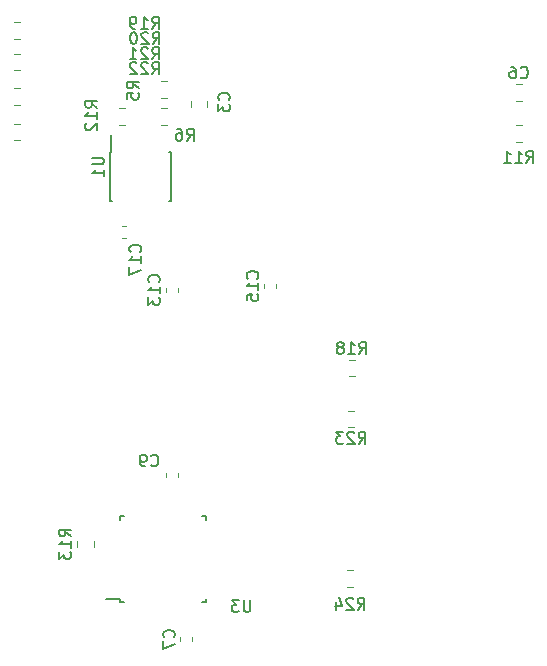
<source format=gbr>
G04 #@! TF.GenerationSoftware,KiCad,Pcbnew,5.0.1+dfsg1-3*
G04 #@! TF.CreationDate,2018-11-04T01:21:10+01:00*
G04 #@! TF.ProjectId,stk3700_beesensors,73746B333730305F62656573656E736F,rev?*
G04 #@! TF.SameCoordinates,Original*
G04 #@! TF.FileFunction,Legend,Bot*
G04 #@! TF.FilePolarity,Positive*
%FSLAX46Y46*%
G04 Gerber Fmt 4.6, Leading zero omitted, Abs format (unit mm)*
G04 Created by KiCad (PCBNEW 5.0.1+dfsg1-3) date Sun 04 Nov 2018 01:21:10 CET*
%MOMM*%
%LPD*%
G01*
G04 APERTURE LIST*
%ADD10C,0.120000*%
%ADD11C,0.150000*%
G04 APERTURE END LIST*
D10*
G04 #@! TO.C,C9*
X100175600Y-91755179D02*
X100175600Y-91429621D01*
X101195600Y-91755179D02*
X101195600Y-91429621D01*
G04 #@! TO.C,C7*
X102414800Y-105374221D02*
X102414800Y-105699779D01*
X101394800Y-105374221D02*
X101394800Y-105699779D01*
G04 #@! TO.C,C3*
X102274300Y-59964822D02*
X102274300Y-60481978D01*
X103694300Y-59964822D02*
X103694300Y-60481978D01*
G04 #@! TO.C,C6*
X130306578Y-58522800D02*
X129789422Y-58522800D01*
X130306578Y-59942800D02*
X129789422Y-59942800D01*
G04 #@! TO.C,C13*
X100145120Y-75767981D02*
X100145120Y-76093539D01*
X101165120Y-75767981D02*
X101165120Y-76093539D01*
G04 #@! TO.C,C15*
X109496320Y-75463181D02*
X109496320Y-75788739D01*
X108476320Y-75463181D02*
X108476320Y-75788739D01*
G04 #@! TO.C,C17*
X96797079Y-70571900D02*
X96471521Y-70571900D01*
X96797079Y-71591900D02*
X96471521Y-71591900D01*
G04 #@! TO.C,R5*
X99741222Y-58243400D02*
X100258378Y-58243400D01*
X99741222Y-59663400D02*
X100258378Y-59663400D01*
G04 #@! TO.C,R6*
X99741222Y-61949400D02*
X100258378Y-61949400D01*
X99741222Y-60529400D02*
X100258378Y-60529400D01*
G04 #@! TO.C,R11*
X130306578Y-61977200D02*
X129789422Y-61977200D01*
X130306578Y-63397200D02*
X129789422Y-63397200D01*
G04 #@! TO.C,R12*
X96185222Y-61949400D02*
X96702378Y-61949400D01*
X96185222Y-60529400D02*
X96702378Y-60529400D01*
G04 #@! TO.C,R13*
X92635000Y-97201222D02*
X92635000Y-97718378D01*
X94055000Y-97201222D02*
X94055000Y-97718378D01*
G04 #@! TO.C,R18*
X116171478Y-81840000D02*
X115654322Y-81840000D01*
X116171478Y-83260000D02*
X115654322Y-83260000D01*
G04 #@! TO.C,R19*
X87812378Y-53290400D02*
X87295222Y-53290400D01*
X87812378Y-54710400D02*
X87295222Y-54710400D01*
G04 #@! TO.C,R20*
X87812378Y-55932000D02*
X87295222Y-55932000D01*
X87812378Y-57352000D02*
X87295222Y-57352000D01*
G04 #@! TO.C,R21*
X87812378Y-60298400D02*
X87295222Y-60298400D01*
X87812378Y-58878400D02*
X87295222Y-58878400D01*
G04 #@! TO.C,R22*
X87812378Y-63295600D02*
X87295222Y-63295600D01*
X87812378Y-61875600D02*
X87295222Y-61875600D01*
G04 #@! TO.C,R23*
X115590822Y-87578000D02*
X116107978Y-87578000D01*
X115590822Y-86158000D02*
X116107978Y-86158000D01*
G04 #@! TO.C,R24*
X115489222Y-101103500D02*
X116006378Y-101103500D01*
X115489222Y-99683500D02*
X116006378Y-99683500D01*
D11*
G04 #@! TO.C,U1*
X95506300Y-64244400D02*
X95506300Y-62844400D01*
X100606300Y-64244400D02*
X100606300Y-68394400D01*
X95456300Y-64244400D02*
X95456300Y-68394400D01*
X100606300Y-64244400D02*
X100461300Y-64244400D01*
X100606300Y-68394400D02*
X100461300Y-68394400D01*
X95456300Y-68394400D02*
X95601300Y-68394400D01*
X95456300Y-64244400D02*
X95506300Y-64244400D01*
G04 #@! TO.C,U3*
X96298600Y-102380200D02*
X96298600Y-102155200D01*
X103548600Y-102380200D02*
X103548600Y-102080200D01*
X103548600Y-95130200D02*
X103548600Y-95430200D01*
X96298600Y-95130200D02*
X96298600Y-95430200D01*
X96298600Y-102380200D02*
X96598600Y-102380200D01*
X96298600Y-95130200D02*
X96598600Y-95130200D01*
X103548600Y-95130200D02*
X103248600Y-95130200D01*
X103548600Y-102380200D02*
X103248600Y-102380200D01*
X96298600Y-102155200D02*
X95073600Y-102155200D01*
G04 #@! TO.C,C9*
X98916786Y-90801462D02*
X98964405Y-90849081D01*
X99107262Y-90896700D01*
X99202500Y-90896700D01*
X99345358Y-90849081D01*
X99440596Y-90753843D01*
X99488215Y-90658605D01*
X99535834Y-90468129D01*
X99535834Y-90325272D01*
X99488215Y-90134796D01*
X99440596Y-90039558D01*
X99345358Y-89944320D01*
X99202500Y-89896700D01*
X99107262Y-89896700D01*
X98964405Y-89944320D01*
X98916786Y-89991939D01*
X98440596Y-90896700D02*
X98250120Y-90896700D01*
X98154881Y-90849081D01*
X98107262Y-90801462D01*
X98012024Y-90658605D01*
X97964405Y-90468129D01*
X97964405Y-90087177D01*
X98012024Y-89991939D01*
X98059643Y-89944320D01*
X98154881Y-89896700D01*
X98345358Y-89896700D01*
X98440596Y-89944320D01*
X98488215Y-89991939D01*
X98535834Y-90087177D01*
X98535834Y-90325272D01*
X98488215Y-90420510D01*
X98440596Y-90468129D01*
X98345358Y-90515748D01*
X98154881Y-90515748D01*
X98059643Y-90468129D01*
X98012024Y-90420510D01*
X97964405Y-90325272D01*
G04 #@! TO.C,C7*
X100831942Y-105370333D02*
X100879561Y-105322714D01*
X100927180Y-105179857D01*
X100927180Y-105084619D01*
X100879561Y-104941761D01*
X100784323Y-104846523D01*
X100689085Y-104798904D01*
X100498609Y-104751285D01*
X100355752Y-104751285D01*
X100165276Y-104798904D01*
X100070038Y-104846523D01*
X99974800Y-104941761D01*
X99927180Y-105084619D01*
X99927180Y-105179857D01*
X99974800Y-105322714D01*
X100022419Y-105370333D01*
X99927180Y-105703666D02*
X99927180Y-106370333D01*
X100927180Y-105941761D01*
G04 #@! TO.C,C3*
X105500442Y-59866233D02*
X105548061Y-59818614D01*
X105595680Y-59675757D01*
X105595680Y-59580519D01*
X105548061Y-59437661D01*
X105452823Y-59342423D01*
X105357585Y-59294804D01*
X105167109Y-59247185D01*
X105024252Y-59247185D01*
X104833776Y-59294804D01*
X104738538Y-59342423D01*
X104643300Y-59437661D01*
X104595680Y-59580519D01*
X104595680Y-59675757D01*
X104643300Y-59818614D01*
X104690919Y-59866233D01*
X104595680Y-60199566D02*
X104595680Y-60818614D01*
X104976633Y-60485280D01*
X104976633Y-60628138D01*
X105024252Y-60723376D01*
X105071871Y-60770995D01*
X105167109Y-60818614D01*
X105405204Y-60818614D01*
X105500442Y-60770995D01*
X105548061Y-60723376D01*
X105595680Y-60628138D01*
X105595680Y-60342423D01*
X105548061Y-60247185D01*
X105500442Y-60199566D01*
G04 #@! TO.C,C6*
X130214666Y-57939942D02*
X130262285Y-57987561D01*
X130405142Y-58035180D01*
X130500380Y-58035180D01*
X130643238Y-57987561D01*
X130738476Y-57892323D01*
X130786095Y-57797085D01*
X130833714Y-57606609D01*
X130833714Y-57463752D01*
X130786095Y-57273276D01*
X130738476Y-57178038D01*
X130643238Y-57082800D01*
X130500380Y-57035180D01*
X130405142Y-57035180D01*
X130262285Y-57082800D01*
X130214666Y-57130419D01*
X129357523Y-57035180D02*
X129548000Y-57035180D01*
X129643238Y-57082800D01*
X129690857Y-57130419D01*
X129786095Y-57273276D01*
X129833714Y-57463752D01*
X129833714Y-57844704D01*
X129786095Y-57939942D01*
X129738476Y-57987561D01*
X129643238Y-58035180D01*
X129452761Y-58035180D01*
X129357523Y-57987561D01*
X129309904Y-57939942D01*
X129262285Y-57844704D01*
X129262285Y-57606609D01*
X129309904Y-57511371D01*
X129357523Y-57463752D01*
X129452761Y-57416133D01*
X129643238Y-57416133D01*
X129738476Y-57463752D01*
X129786095Y-57511371D01*
X129833714Y-57606609D01*
G04 #@! TO.C,C13*
X99582262Y-75287902D02*
X99629881Y-75240283D01*
X99677500Y-75097426D01*
X99677500Y-75002188D01*
X99629881Y-74859331D01*
X99534643Y-74764093D01*
X99439405Y-74716474D01*
X99248929Y-74668855D01*
X99106072Y-74668855D01*
X98915596Y-74716474D01*
X98820358Y-74764093D01*
X98725120Y-74859331D01*
X98677500Y-75002188D01*
X98677500Y-75097426D01*
X98725120Y-75240283D01*
X98772739Y-75287902D01*
X99677500Y-76240283D02*
X99677500Y-75668855D01*
X99677500Y-75954569D02*
X98677500Y-75954569D01*
X98820358Y-75859331D01*
X98915596Y-75764093D01*
X98963215Y-75668855D01*
X98677500Y-76573617D02*
X98677500Y-77192664D01*
X99058453Y-76859331D01*
X99058453Y-77002188D01*
X99106072Y-77097426D01*
X99153691Y-77145045D01*
X99248929Y-77192664D01*
X99487024Y-77192664D01*
X99582262Y-77145045D01*
X99629881Y-77097426D01*
X99677500Y-77002188D01*
X99677500Y-76716474D01*
X99629881Y-76621236D01*
X99582262Y-76573617D01*
G04 #@! TO.C,C15*
X107913462Y-74983102D02*
X107961081Y-74935483D01*
X108008700Y-74792626D01*
X108008700Y-74697388D01*
X107961081Y-74554531D01*
X107865843Y-74459293D01*
X107770605Y-74411674D01*
X107580129Y-74364055D01*
X107437272Y-74364055D01*
X107246796Y-74411674D01*
X107151558Y-74459293D01*
X107056320Y-74554531D01*
X107008700Y-74697388D01*
X107008700Y-74792626D01*
X107056320Y-74935483D01*
X107103939Y-74983102D01*
X108008700Y-75935483D02*
X108008700Y-75364055D01*
X108008700Y-75649769D02*
X107008700Y-75649769D01*
X107151558Y-75554531D01*
X107246796Y-75459293D01*
X107294415Y-75364055D01*
X107008700Y-76840245D02*
X107008700Y-76364055D01*
X107484891Y-76316436D01*
X107437272Y-76364055D01*
X107389653Y-76459293D01*
X107389653Y-76697388D01*
X107437272Y-76792626D01*
X107484891Y-76840245D01*
X107580129Y-76887864D01*
X107818224Y-76887864D01*
X107913462Y-76840245D01*
X107961081Y-76792626D01*
X108008700Y-76697388D01*
X108008700Y-76459293D01*
X107961081Y-76364055D01*
X107913462Y-76316436D01*
G04 #@! TO.C,C17*
X97999822Y-72722502D02*
X98047441Y-72674883D01*
X98095060Y-72532026D01*
X98095060Y-72436788D01*
X98047441Y-72293931D01*
X97952203Y-72198693D01*
X97856965Y-72151074D01*
X97666489Y-72103455D01*
X97523632Y-72103455D01*
X97333156Y-72151074D01*
X97237918Y-72198693D01*
X97142680Y-72293931D01*
X97095060Y-72436788D01*
X97095060Y-72532026D01*
X97142680Y-72674883D01*
X97190299Y-72722502D01*
X98095060Y-73674883D02*
X98095060Y-73103455D01*
X98095060Y-73389169D02*
X97095060Y-73389169D01*
X97237918Y-73293931D01*
X97333156Y-73198693D01*
X97380775Y-73103455D01*
X97095060Y-74008217D02*
X97095060Y-74674883D01*
X98095060Y-74246312D01*
G04 #@! TO.C,R5*
X97874080Y-58875633D02*
X97397890Y-58542300D01*
X97874080Y-58304204D02*
X96874080Y-58304204D01*
X96874080Y-58685157D01*
X96921700Y-58780395D01*
X96969319Y-58828014D01*
X97064557Y-58875633D01*
X97207414Y-58875633D01*
X97302652Y-58828014D01*
X97350271Y-58780395D01*
X97397890Y-58685157D01*
X97397890Y-58304204D01*
X96874080Y-59780395D02*
X96874080Y-59304204D01*
X97350271Y-59256585D01*
X97302652Y-59304204D01*
X97255033Y-59399442D01*
X97255033Y-59637538D01*
X97302652Y-59732776D01*
X97350271Y-59780395D01*
X97445509Y-59828014D01*
X97683604Y-59828014D01*
X97778842Y-59780395D01*
X97826461Y-59732776D01*
X97874080Y-59637538D01*
X97874080Y-59399442D01*
X97826461Y-59304204D01*
X97778842Y-59256585D01*
G04 #@! TO.C,R6*
X101954626Y-63297060D02*
X102287960Y-62820870D01*
X102526055Y-63297060D02*
X102526055Y-62297060D01*
X102145102Y-62297060D01*
X102049864Y-62344680D01*
X102002245Y-62392299D01*
X101954626Y-62487537D01*
X101954626Y-62630394D01*
X102002245Y-62725632D01*
X102049864Y-62773251D01*
X102145102Y-62820870D01*
X102526055Y-62820870D01*
X101097483Y-62297060D02*
X101287960Y-62297060D01*
X101383198Y-62344680D01*
X101430817Y-62392299D01*
X101526055Y-62535156D01*
X101573674Y-62725632D01*
X101573674Y-63106584D01*
X101526055Y-63201822D01*
X101478436Y-63249441D01*
X101383198Y-63297060D01*
X101192721Y-63297060D01*
X101097483Y-63249441D01*
X101049864Y-63201822D01*
X101002245Y-63106584D01*
X101002245Y-62868489D01*
X101049864Y-62773251D01*
X101097483Y-62725632D01*
X101192721Y-62678013D01*
X101383198Y-62678013D01*
X101478436Y-62725632D01*
X101526055Y-62773251D01*
X101573674Y-62868489D01*
G04 #@! TO.C,R11*
X130701017Y-65171580D02*
X131034350Y-64695390D01*
X131272445Y-65171580D02*
X131272445Y-64171580D01*
X130891493Y-64171580D01*
X130796255Y-64219200D01*
X130748636Y-64266819D01*
X130701017Y-64362057D01*
X130701017Y-64504914D01*
X130748636Y-64600152D01*
X130796255Y-64647771D01*
X130891493Y-64695390D01*
X131272445Y-64695390D01*
X129748636Y-65171580D02*
X130320064Y-65171580D01*
X130034350Y-65171580D02*
X130034350Y-64171580D01*
X130129588Y-64314438D01*
X130224826Y-64409676D01*
X130320064Y-64457295D01*
X128796255Y-65171580D02*
X129367683Y-65171580D01*
X129081969Y-65171580D02*
X129081969Y-64171580D01*
X129177207Y-64314438D01*
X129272445Y-64409676D01*
X129367683Y-64457295D01*
G04 #@! TO.C,R12*
X94356180Y-60515262D02*
X93879990Y-60181929D01*
X94356180Y-59943834D02*
X93356180Y-59943834D01*
X93356180Y-60324786D01*
X93403800Y-60420024D01*
X93451419Y-60467643D01*
X93546657Y-60515262D01*
X93689514Y-60515262D01*
X93784752Y-60467643D01*
X93832371Y-60420024D01*
X93879990Y-60324786D01*
X93879990Y-59943834D01*
X94356180Y-61467643D02*
X94356180Y-60896215D01*
X94356180Y-61181929D02*
X93356180Y-61181929D01*
X93499038Y-61086691D01*
X93594276Y-60991453D01*
X93641895Y-60896215D01*
X93451419Y-61848596D02*
X93403800Y-61896215D01*
X93356180Y-61991453D01*
X93356180Y-62229548D01*
X93403800Y-62324786D01*
X93451419Y-62372405D01*
X93546657Y-62420024D01*
X93641895Y-62420024D01*
X93784752Y-62372405D01*
X94356180Y-61800977D01*
X94356180Y-62420024D01*
G04 #@! TO.C,R13*
X92147380Y-96816942D02*
X91671190Y-96483609D01*
X92147380Y-96245514D02*
X91147380Y-96245514D01*
X91147380Y-96626466D01*
X91195000Y-96721704D01*
X91242619Y-96769323D01*
X91337857Y-96816942D01*
X91480714Y-96816942D01*
X91575952Y-96769323D01*
X91623571Y-96721704D01*
X91671190Y-96626466D01*
X91671190Y-96245514D01*
X92147380Y-97769323D02*
X92147380Y-97197895D01*
X92147380Y-97483609D02*
X91147380Y-97483609D01*
X91290238Y-97388371D01*
X91385476Y-97293133D01*
X91433095Y-97197895D01*
X91147380Y-98102657D02*
X91147380Y-98721704D01*
X91528333Y-98388371D01*
X91528333Y-98531228D01*
X91575952Y-98626466D01*
X91623571Y-98674085D01*
X91718809Y-98721704D01*
X91956904Y-98721704D01*
X92052142Y-98674085D01*
X92099761Y-98626466D01*
X92147380Y-98531228D01*
X92147380Y-98245514D01*
X92099761Y-98150276D01*
X92052142Y-98102657D01*
G04 #@! TO.C,R18*
X116555757Y-81352380D02*
X116889090Y-80876190D01*
X117127185Y-81352380D02*
X117127185Y-80352380D01*
X116746233Y-80352380D01*
X116650995Y-80400000D01*
X116603376Y-80447619D01*
X116555757Y-80542857D01*
X116555757Y-80685714D01*
X116603376Y-80780952D01*
X116650995Y-80828571D01*
X116746233Y-80876190D01*
X117127185Y-80876190D01*
X115603376Y-81352380D02*
X116174804Y-81352380D01*
X115889090Y-81352380D02*
X115889090Y-80352380D01*
X115984328Y-80495238D01*
X116079566Y-80590476D01*
X116174804Y-80638095D01*
X115031947Y-80780952D02*
X115127185Y-80733333D01*
X115174804Y-80685714D01*
X115222423Y-80590476D01*
X115222423Y-80542857D01*
X115174804Y-80447619D01*
X115127185Y-80400000D01*
X115031947Y-80352380D01*
X114841471Y-80352380D01*
X114746233Y-80400000D01*
X114698614Y-80447619D01*
X114650995Y-80542857D01*
X114650995Y-80590476D01*
X114698614Y-80685714D01*
X114746233Y-80733333D01*
X114841471Y-80780952D01*
X115031947Y-80780952D01*
X115127185Y-80828571D01*
X115174804Y-80876190D01*
X115222423Y-80971428D01*
X115222423Y-81161904D01*
X115174804Y-81257142D01*
X115127185Y-81304761D01*
X115031947Y-81352380D01*
X114841471Y-81352380D01*
X114746233Y-81304761D01*
X114698614Y-81257142D01*
X114650995Y-81161904D01*
X114650995Y-80971428D01*
X114698614Y-80876190D01*
X114746233Y-80828571D01*
X114841471Y-80780952D01*
G04 #@! TO.C,R19*
X99017057Y-53817780D02*
X99350390Y-53341590D01*
X99588485Y-53817780D02*
X99588485Y-52817780D01*
X99207533Y-52817780D01*
X99112295Y-52865400D01*
X99064676Y-52913019D01*
X99017057Y-53008257D01*
X99017057Y-53151114D01*
X99064676Y-53246352D01*
X99112295Y-53293971D01*
X99207533Y-53341590D01*
X99588485Y-53341590D01*
X98064676Y-53817780D02*
X98636104Y-53817780D01*
X98350390Y-53817780D02*
X98350390Y-52817780D01*
X98445628Y-52960638D01*
X98540866Y-53055876D01*
X98636104Y-53103495D01*
X97588485Y-53817780D02*
X97398009Y-53817780D01*
X97302771Y-53770161D01*
X97255152Y-53722542D01*
X97159914Y-53579685D01*
X97112295Y-53389209D01*
X97112295Y-53008257D01*
X97159914Y-52913019D01*
X97207533Y-52865400D01*
X97302771Y-52817780D01*
X97493247Y-52817780D01*
X97588485Y-52865400D01*
X97636104Y-52913019D01*
X97683723Y-53008257D01*
X97683723Y-53246352D01*
X97636104Y-53341590D01*
X97588485Y-53389209D01*
X97493247Y-53436828D01*
X97302771Y-53436828D01*
X97207533Y-53389209D01*
X97159914Y-53341590D01*
X97112295Y-53246352D01*
G04 #@! TO.C,R20*
X99055157Y-55113180D02*
X99388490Y-54636990D01*
X99626585Y-55113180D02*
X99626585Y-54113180D01*
X99245633Y-54113180D01*
X99150395Y-54160800D01*
X99102776Y-54208419D01*
X99055157Y-54303657D01*
X99055157Y-54446514D01*
X99102776Y-54541752D01*
X99150395Y-54589371D01*
X99245633Y-54636990D01*
X99626585Y-54636990D01*
X98674204Y-54208419D02*
X98626585Y-54160800D01*
X98531347Y-54113180D01*
X98293252Y-54113180D01*
X98198014Y-54160800D01*
X98150395Y-54208419D01*
X98102776Y-54303657D01*
X98102776Y-54398895D01*
X98150395Y-54541752D01*
X98721823Y-55113180D01*
X98102776Y-55113180D01*
X97483728Y-54113180D02*
X97388490Y-54113180D01*
X97293252Y-54160800D01*
X97245633Y-54208419D01*
X97198014Y-54303657D01*
X97150395Y-54494133D01*
X97150395Y-54732228D01*
X97198014Y-54922704D01*
X97245633Y-55017942D01*
X97293252Y-55065561D01*
X97388490Y-55113180D01*
X97483728Y-55113180D01*
X97578966Y-55065561D01*
X97626585Y-55017942D01*
X97674204Y-54922704D01*
X97721823Y-54732228D01*
X97721823Y-54494133D01*
X97674204Y-54303657D01*
X97626585Y-54208419D01*
X97578966Y-54160800D01*
X97483728Y-54113180D01*
G04 #@! TO.C,R21*
X99017057Y-56421280D02*
X99350390Y-55945090D01*
X99588485Y-56421280D02*
X99588485Y-55421280D01*
X99207533Y-55421280D01*
X99112295Y-55468900D01*
X99064676Y-55516519D01*
X99017057Y-55611757D01*
X99017057Y-55754614D01*
X99064676Y-55849852D01*
X99112295Y-55897471D01*
X99207533Y-55945090D01*
X99588485Y-55945090D01*
X98636104Y-55516519D02*
X98588485Y-55468900D01*
X98493247Y-55421280D01*
X98255152Y-55421280D01*
X98159914Y-55468900D01*
X98112295Y-55516519D01*
X98064676Y-55611757D01*
X98064676Y-55706995D01*
X98112295Y-55849852D01*
X98683723Y-56421280D01*
X98064676Y-56421280D01*
X97112295Y-56421280D02*
X97683723Y-56421280D01*
X97398009Y-56421280D02*
X97398009Y-55421280D01*
X97493247Y-55564138D01*
X97588485Y-55659376D01*
X97683723Y-55706995D01*
G04 #@! TO.C,R22*
X99017057Y-57678580D02*
X99350390Y-57202390D01*
X99588485Y-57678580D02*
X99588485Y-56678580D01*
X99207533Y-56678580D01*
X99112295Y-56726200D01*
X99064676Y-56773819D01*
X99017057Y-56869057D01*
X99017057Y-57011914D01*
X99064676Y-57107152D01*
X99112295Y-57154771D01*
X99207533Y-57202390D01*
X99588485Y-57202390D01*
X98636104Y-56773819D02*
X98588485Y-56726200D01*
X98493247Y-56678580D01*
X98255152Y-56678580D01*
X98159914Y-56726200D01*
X98112295Y-56773819D01*
X98064676Y-56869057D01*
X98064676Y-56964295D01*
X98112295Y-57107152D01*
X98683723Y-57678580D01*
X98064676Y-57678580D01*
X97683723Y-56773819D02*
X97636104Y-56726200D01*
X97540866Y-56678580D01*
X97302771Y-56678580D01*
X97207533Y-56726200D01*
X97159914Y-56773819D01*
X97112295Y-56869057D01*
X97112295Y-56964295D01*
X97159914Y-57107152D01*
X97731342Y-57678580D01*
X97112295Y-57678580D01*
G04 #@! TO.C,R23*
X116492257Y-88970380D02*
X116825590Y-88494190D01*
X117063685Y-88970380D02*
X117063685Y-87970380D01*
X116682733Y-87970380D01*
X116587495Y-88018000D01*
X116539876Y-88065619D01*
X116492257Y-88160857D01*
X116492257Y-88303714D01*
X116539876Y-88398952D01*
X116587495Y-88446571D01*
X116682733Y-88494190D01*
X117063685Y-88494190D01*
X116111304Y-88065619D02*
X116063685Y-88018000D01*
X115968447Y-87970380D01*
X115730352Y-87970380D01*
X115635114Y-88018000D01*
X115587495Y-88065619D01*
X115539876Y-88160857D01*
X115539876Y-88256095D01*
X115587495Y-88398952D01*
X116158923Y-88970380D01*
X115539876Y-88970380D01*
X115206542Y-87970380D02*
X114587495Y-87970380D01*
X114920828Y-88351333D01*
X114777971Y-88351333D01*
X114682733Y-88398952D01*
X114635114Y-88446571D01*
X114587495Y-88541809D01*
X114587495Y-88779904D01*
X114635114Y-88875142D01*
X114682733Y-88922761D01*
X114777971Y-88970380D01*
X115063685Y-88970380D01*
X115158923Y-88922761D01*
X115206542Y-88875142D01*
G04 #@! TO.C,R24*
X116421137Y-103017580D02*
X116754470Y-102541390D01*
X116992565Y-103017580D02*
X116992565Y-102017580D01*
X116611613Y-102017580D01*
X116516375Y-102065200D01*
X116468756Y-102112819D01*
X116421137Y-102208057D01*
X116421137Y-102350914D01*
X116468756Y-102446152D01*
X116516375Y-102493771D01*
X116611613Y-102541390D01*
X116992565Y-102541390D01*
X116040184Y-102112819D02*
X115992565Y-102065200D01*
X115897327Y-102017580D01*
X115659232Y-102017580D01*
X115563994Y-102065200D01*
X115516375Y-102112819D01*
X115468756Y-102208057D01*
X115468756Y-102303295D01*
X115516375Y-102446152D01*
X116087803Y-103017580D01*
X115468756Y-103017580D01*
X114611613Y-102350914D02*
X114611613Y-103017580D01*
X114849708Y-101969961D02*
X115087803Y-102684247D01*
X114468756Y-102684247D01*
G04 #@! TO.C,U1*
X93935300Y-64754855D02*
X94744824Y-64754855D01*
X94840062Y-64802474D01*
X94887681Y-64850093D01*
X94935300Y-64945331D01*
X94935300Y-65135807D01*
X94887681Y-65231045D01*
X94840062Y-65278664D01*
X94744824Y-65326283D01*
X93935300Y-65326283D01*
X94935300Y-66326283D02*
X94935300Y-65754855D01*
X94935300Y-66040569D02*
X93935300Y-66040569D01*
X94078158Y-65945331D01*
X94173396Y-65850093D01*
X94221015Y-65754855D01*
G04 #@! TO.C,U3*
X107330144Y-102220780D02*
X107330144Y-103030304D01*
X107282525Y-103125542D01*
X107234906Y-103173161D01*
X107139668Y-103220780D01*
X106949192Y-103220780D01*
X106853954Y-103173161D01*
X106806335Y-103125542D01*
X106758716Y-103030304D01*
X106758716Y-102220780D01*
X106377763Y-102220780D02*
X105758716Y-102220780D01*
X106092049Y-102601733D01*
X105949192Y-102601733D01*
X105853954Y-102649352D01*
X105806335Y-102696971D01*
X105758716Y-102792209D01*
X105758716Y-103030304D01*
X105806335Y-103125542D01*
X105853954Y-103173161D01*
X105949192Y-103220780D01*
X106234906Y-103220780D01*
X106330144Y-103173161D01*
X106377763Y-103125542D01*
G04 #@! TD*
M02*

</source>
